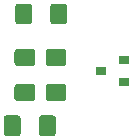
<source format=gbr>
G04 #@! TF.GenerationSoftware,KiCad,Pcbnew,(5.0.1)-3*
G04 #@! TF.CreationDate,2020-05-05T20:51:12+03:00*
G04 #@! TF.ProjectId,VienaTranPastiprinatajs,5669656E615472616E50617374697072,rev?*
G04 #@! TF.SameCoordinates,Original*
G04 #@! TF.FileFunction,Paste,Bot*
G04 #@! TF.FilePolarity,Positive*
%FSLAX46Y46*%
G04 Gerber Fmt 4.6, Leading zero omitted, Abs format (unit mm)*
G04 Created by KiCad (PCBNEW (5.0.1)-3) date 05-May-20 8:51:12 PM*
%MOMM*%
%LPD*%
G01*
G04 APERTURE LIST*
%ADD10R,0.900000X0.800000*%
%ADD11C,0.100000*%
%ADD12C,1.425000*%
G04 APERTURE END LIST*
D10*
G04 #@! TO.C,Q1*
X101220000Y-49500000D03*
X103220000Y-50450000D03*
X103220000Y-48550000D03*
G04 #@! TD*
D11*
G04 #@! TO.C,R1*
G36*
X95449504Y-50596204D02*
X95473773Y-50599804D01*
X95497571Y-50605765D01*
X95520671Y-50614030D01*
X95542849Y-50624520D01*
X95563893Y-50637133D01*
X95583598Y-50651747D01*
X95601777Y-50668223D01*
X95618253Y-50686402D01*
X95632867Y-50706107D01*
X95645480Y-50727151D01*
X95655970Y-50749329D01*
X95664235Y-50772429D01*
X95670196Y-50796227D01*
X95673796Y-50820496D01*
X95675000Y-50845000D01*
X95675000Y-51770000D01*
X95673796Y-51794504D01*
X95670196Y-51818773D01*
X95664235Y-51842571D01*
X95655970Y-51865671D01*
X95645480Y-51887849D01*
X95632867Y-51908893D01*
X95618253Y-51928598D01*
X95601777Y-51946777D01*
X95583598Y-51963253D01*
X95563893Y-51977867D01*
X95542849Y-51990480D01*
X95520671Y-52000970D01*
X95497571Y-52009235D01*
X95473773Y-52015196D01*
X95449504Y-52018796D01*
X95425000Y-52020000D01*
X94175000Y-52020000D01*
X94150496Y-52018796D01*
X94126227Y-52015196D01*
X94102429Y-52009235D01*
X94079329Y-52000970D01*
X94057151Y-51990480D01*
X94036107Y-51977867D01*
X94016402Y-51963253D01*
X93998223Y-51946777D01*
X93981747Y-51928598D01*
X93967133Y-51908893D01*
X93954520Y-51887849D01*
X93944030Y-51865671D01*
X93935765Y-51842571D01*
X93929804Y-51818773D01*
X93926204Y-51794504D01*
X93925000Y-51770000D01*
X93925000Y-50845000D01*
X93926204Y-50820496D01*
X93929804Y-50796227D01*
X93935765Y-50772429D01*
X93944030Y-50749329D01*
X93954520Y-50727151D01*
X93967133Y-50706107D01*
X93981747Y-50686402D01*
X93998223Y-50668223D01*
X94016402Y-50651747D01*
X94036107Y-50637133D01*
X94057151Y-50624520D01*
X94079329Y-50614030D01*
X94102429Y-50605765D01*
X94126227Y-50599804D01*
X94150496Y-50596204D01*
X94175000Y-50595000D01*
X95425000Y-50595000D01*
X95449504Y-50596204D01*
X95449504Y-50596204D01*
G37*
D12*
X94800000Y-51307500D03*
D11*
G36*
X95449504Y-47621204D02*
X95473773Y-47624804D01*
X95497571Y-47630765D01*
X95520671Y-47639030D01*
X95542849Y-47649520D01*
X95563893Y-47662133D01*
X95583598Y-47676747D01*
X95601777Y-47693223D01*
X95618253Y-47711402D01*
X95632867Y-47731107D01*
X95645480Y-47752151D01*
X95655970Y-47774329D01*
X95664235Y-47797429D01*
X95670196Y-47821227D01*
X95673796Y-47845496D01*
X95675000Y-47870000D01*
X95675000Y-48795000D01*
X95673796Y-48819504D01*
X95670196Y-48843773D01*
X95664235Y-48867571D01*
X95655970Y-48890671D01*
X95645480Y-48912849D01*
X95632867Y-48933893D01*
X95618253Y-48953598D01*
X95601777Y-48971777D01*
X95583598Y-48988253D01*
X95563893Y-49002867D01*
X95542849Y-49015480D01*
X95520671Y-49025970D01*
X95497571Y-49034235D01*
X95473773Y-49040196D01*
X95449504Y-49043796D01*
X95425000Y-49045000D01*
X94175000Y-49045000D01*
X94150496Y-49043796D01*
X94126227Y-49040196D01*
X94102429Y-49034235D01*
X94079329Y-49025970D01*
X94057151Y-49015480D01*
X94036107Y-49002867D01*
X94016402Y-48988253D01*
X93998223Y-48971777D01*
X93981747Y-48953598D01*
X93967133Y-48933893D01*
X93954520Y-48912849D01*
X93944030Y-48890671D01*
X93935765Y-48867571D01*
X93929804Y-48843773D01*
X93926204Y-48819504D01*
X93925000Y-48795000D01*
X93925000Y-47870000D01*
X93926204Y-47845496D01*
X93929804Y-47821227D01*
X93935765Y-47797429D01*
X93944030Y-47774329D01*
X93954520Y-47752151D01*
X93967133Y-47731107D01*
X93981747Y-47711402D01*
X93998223Y-47693223D01*
X94016402Y-47676747D01*
X94036107Y-47662133D01*
X94057151Y-47649520D01*
X94079329Y-47639030D01*
X94102429Y-47630765D01*
X94126227Y-47624804D01*
X94150496Y-47621204D01*
X94175000Y-47620000D01*
X95425000Y-47620000D01*
X95449504Y-47621204D01*
X95449504Y-47621204D01*
G37*
D12*
X94800000Y-48332500D03*
G04 #@! TD*
D11*
G04 #@! TO.C,R2*
G36*
X98174504Y-43776204D02*
X98198773Y-43779804D01*
X98222571Y-43785765D01*
X98245671Y-43794030D01*
X98267849Y-43804520D01*
X98288893Y-43817133D01*
X98308598Y-43831747D01*
X98326777Y-43848223D01*
X98343253Y-43866402D01*
X98357867Y-43886107D01*
X98370480Y-43907151D01*
X98380970Y-43929329D01*
X98389235Y-43952429D01*
X98395196Y-43976227D01*
X98398796Y-44000496D01*
X98400000Y-44025000D01*
X98400000Y-45275000D01*
X98398796Y-45299504D01*
X98395196Y-45323773D01*
X98389235Y-45347571D01*
X98380970Y-45370671D01*
X98370480Y-45392849D01*
X98357867Y-45413893D01*
X98343253Y-45433598D01*
X98326777Y-45451777D01*
X98308598Y-45468253D01*
X98288893Y-45482867D01*
X98267849Y-45495480D01*
X98245671Y-45505970D01*
X98222571Y-45514235D01*
X98198773Y-45520196D01*
X98174504Y-45523796D01*
X98150000Y-45525000D01*
X97225000Y-45525000D01*
X97200496Y-45523796D01*
X97176227Y-45520196D01*
X97152429Y-45514235D01*
X97129329Y-45505970D01*
X97107151Y-45495480D01*
X97086107Y-45482867D01*
X97066402Y-45468253D01*
X97048223Y-45451777D01*
X97031747Y-45433598D01*
X97017133Y-45413893D01*
X97004520Y-45392849D01*
X96994030Y-45370671D01*
X96985765Y-45347571D01*
X96979804Y-45323773D01*
X96976204Y-45299504D01*
X96975000Y-45275000D01*
X96975000Y-44025000D01*
X96976204Y-44000496D01*
X96979804Y-43976227D01*
X96985765Y-43952429D01*
X96994030Y-43929329D01*
X97004520Y-43907151D01*
X97017133Y-43886107D01*
X97031747Y-43866402D01*
X97048223Y-43848223D01*
X97066402Y-43831747D01*
X97086107Y-43817133D01*
X97107151Y-43804520D01*
X97129329Y-43794030D01*
X97152429Y-43785765D01*
X97176227Y-43779804D01*
X97200496Y-43776204D01*
X97225000Y-43775000D01*
X98150000Y-43775000D01*
X98174504Y-43776204D01*
X98174504Y-43776204D01*
G37*
D12*
X97687500Y-44650000D03*
D11*
G36*
X95199504Y-43776204D02*
X95223773Y-43779804D01*
X95247571Y-43785765D01*
X95270671Y-43794030D01*
X95292849Y-43804520D01*
X95313893Y-43817133D01*
X95333598Y-43831747D01*
X95351777Y-43848223D01*
X95368253Y-43866402D01*
X95382867Y-43886107D01*
X95395480Y-43907151D01*
X95405970Y-43929329D01*
X95414235Y-43952429D01*
X95420196Y-43976227D01*
X95423796Y-44000496D01*
X95425000Y-44025000D01*
X95425000Y-45275000D01*
X95423796Y-45299504D01*
X95420196Y-45323773D01*
X95414235Y-45347571D01*
X95405970Y-45370671D01*
X95395480Y-45392849D01*
X95382867Y-45413893D01*
X95368253Y-45433598D01*
X95351777Y-45451777D01*
X95333598Y-45468253D01*
X95313893Y-45482867D01*
X95292849Y-45495480D01*
X95270671Y-45505970D01*
X95247571Y-45514235D01*
X95223773Y-45520196D01*
X95199504Y-45523796D01*
X95175000Y-45525000D01*
X94250000Y-45525000D01*
X94225496Y-45523796D01*
X94201227Y-45520196D01*
X94177429Y-45514235D01*
X94154329Y-45505970D01*
X94132151Y-45495480D01*
X94111107Y-45482867D01*
X94091402Y-45468253D01*
X94073223Y-45451777D01*
X94056747Y-45433598D01*
X94042133Y-45413893D01*
X94029520Y-45392849D01*
X94019030Y-45370671D01*
X94010765Y-45347571D01*
X94004804Y-45323773D01*
X94001204Y-45299504D01*
X94000000Y-45275000D01*
X94000000Y-44025000D01*
X94001204Y-44000496D01*
X94004804Y-43976227D01*
X94010765Y-43952429D01*
X94019030Y-43929329D01*
X94029520Y-43907151D01*
X94042133Y-43886107D01*
X94056747Y-43866402D01*
X94073223Y-43848223D01*
X94091402Y-43831747D01*
X94111107Y-43817133D01*
X94132151Y-43804520D01*
X94154329Y-43794030D01*
X94177429Y-43785765D01*
X94201227Y-43779804D01*
X94225496Y-43776204D01*
X94250000Y-43775000D01*
X95175000Y-43775000D01*
X95199504Y-43776204D01*
X95199504Y-43776204D01*
G37*
D12*
X94712500Y-44650000D03*
G04 #@! TD*
D11*
G04 #@! TO.C,R3*
G36*
X98079504Y-50596204D02*
X98103773Y-50599804D01*
X98127571Y-50605765D01*
X98150671Y-50614030D01*
X98172849Y-50624520D01*
X98193893Y-50637133D01*
X98213598Y-50651747D01*
X98231777Y-50668223D01*
X98248253Y-50686402D01*
X98262867Y-50706107D01*
X98275480Y-50727151D01*
X98285970Y-50749329D01*
X98294235Y-50772429D01*
X98300196Y-50796227D01*
X98303796Y-50820496D01*
X98305000Y-50845000D01*
X98305000Y-51770000D01*
X98303796Y-51794504D01*
X98300196Y-51818773D01*
X98294235Y-51842571D01*
X98285970Y-51865671D01*
X98275480Y-51887849D01*
X98262867Y-51908893D01*
X98248253Y-51928598D01*
X98231777Y-51946777D01*
X98213598Y-51963253D01*
X98193893Y-51977867D01*
X98172849Y-51990480D01*
X98150671Y-52000970D01*
X98127571Y-52009235D01*
X98103773Y-52015196D01*
X98079504Y-52018796D01*
X98055000Y-52020000D01*
X96805000Y-52020000D01*
X96780496Y-52018796D01*
X96756227Y-52015196D01*
X96732429Y-52009235D01*
X96709329Y-52000970D01*
X96687151Y-51990480D01*
X96666107Y-51977867D01*
X96646402Y-51963253D01*
X96628223Y-51946777D01*
X96611747Y-51928598D01*
X96597133Y-51908893D01*
X96584520Y-51887849D01*
X96574030Y-51865671D01*
X96565765Y-51842571D01*
X96559804Y-51818773D01*
X96556204Y-51794504D01*
X96555000Y-51770000D01*
X96555000Y-50845000D01*
X96556204Y-50820496D01*
X96559804Y-50796227D01*
X96565765Y-50772429D01*
X96574030Y-50749329D01*
X96584520Y-50727151D01*
X96597133Y-50706107D01*
X96611747Y-50686402D01*
X96628223Y-50668223D01*
X96646402Y-50651747D01*
X96666107Y-50637133D01*
X96687151Y-50624520D01*
X96709329Y-50614030D01*
X96732429Y-50605765D01*
X96756227Y-50599804D01*
X96780496Y-50596204D01*
X96805000Y-50595000D01*
X98055000Y-50595000D01*
X98079504Y-50596204D01*
X98079504Y-50596204D01*
G37*
D12*
X97430000Y-51307500D03*
D11*
G36*
X98079504Y-47621204D02*
X98103773Y-47624804D01*
X98127571Y-47630765D01*
X98150671Y-47639030D01*
X98172849Y-47649520D01*
X98193893Y-47662133D01*
X98213598Y-47676747D01*
X98231777Y-47693223D01*
X98248253Y-47711402D01*
X98262867Y-47731107D01*
X98275480Y-47752151D01*
X98285970Y-47774329D01*
X98294235Y-47797429D01*
X98300196Y-47821227D01*
X98303796Y-47845496D01*
X98305000Y-47870000D01*
X98305000Y-48795000D01*
X98303796Y-48819504D01*
X98300196Y-48843773D01*
X98294235Y-48867571D01*
X98285970Y-48890671D01*
X98275480Y-48912849D01*
X98262867Y-48933893D01*
X98248253Y-48953598D01*
X98231777Y-48971777D01*
X98213598Y-48988253D01*
X98193893Y-49002867D01*
X98172849Y-49015480D01*
X98150671Y-49025970D01*
X98127571Y-49034235D01*
X98103773Y-49040196D01*
X98079504Y-49043796D01*
X98055000Y-49045000D01*
X96805000Y-49045000D01*
X96780496Y-49043796D01*
X96756227Y-49040196D01*
X96732429Y-49034235D01*
X96709329Y-49025970D01*
X96687151Y-49015480D01*
X96666107Y-49002867D01*
X96646402Y-48988253D01*
X96628223Y-48971777D01*
X96611747Y-48953598D01*
X96597133Y-48933893D01*
X96584520Y-48912849D01*
X96574030Y-48890671D01*
X96565765Y-48867571D01*
X96559804Y-48843773D01*
X96556204Y-48819504D01*
X96555000Y-48795000D01*
X96555000Y-47870000D01*
X96556204Y-47845496D01*
X96559804Y-47821227D01*
X96565765Y-47797429D01*
X96574030Y-47774329D01*
X96584520Y-47752151D01*
X96597133Y-47731107D01*
X96611747Y-47711402D01*
X96628223Y-47693223D01*
X96646402Y-47676747D01*
X96666107Y-47662133D01*
X96687151Y-47649520D01*
X96709329Y-47639030D01*
X96732429Y-47630765D01*
X96756227Y-47624804D01*
X96780496Y-47621204D01*
X96805000Y-47620000D01*
X98055000Y-47620000D01*
X98079504Y-47621204D01*
X98079504Y-47621204D01*
G37*
D12*
X97430000Y-48332500D03*
G04 #@! TD*
D11*
G04 #@! TO.C,R4*
G36*
X97194504Y-53246204D02*
X97218773Y-53249804D01*
X97242571Y-53255765D01*
X97265671Y-53264030D01*
X97287849Y-53274520D01*
X97308893Y-53287133D01*
X97328598Y-53301747D01*
X97346777Y-53318223D01*
X97363253Y-53336402D01*
X97377867Y-53356107D01*
X97390480Y-53377151D01*
X97400970Y-53399329D01*
X97409235Y-53422429D01*
X97415196Y-53446227D01*
X97418796Y-53470496D01*
X97420000Y-53495000D01*
X97420000Y-54745000D01*
X97418796Y-54769504D01*
X97415196Y-54793773D01*
X97409235Y-54817571D01*
X97400970Y-54840671D01*
X97390480Y-54862849D01*
X97377867Y-54883893D01*
X97363253Y-54903598D01*
X97346777Y-54921777D01*
X97328598Y-54938253D01*
X97308893Y-54952867D01*
X97287849Y-54965480D01*
X97265671Y-54975970D01*
X97242571Y-54984235D01*
X97218773Y-54990196D01*
X97194504Y-54993796D01*
X97170000Y-54995000D01*
X96245000Y-54995000D01*
X96220496Y-54993796D01*
X96196227Y-54990196D01*
X96172429Y-54984235D01*
X96149329Y-54975970D01*
X96127151Y-54965480D01*
X96106107Y-54952867D01*
X96086402Y-54938253D01*
X96068223Y-54921777D01*
X96051747Y-54903598D01*
X96037133Y-54883893D01*
X96024520Y-54862849D01*
X96014030Y-54840671D01*
X96005765Y-54817571D01*
X95999804Y-54793773D01*
X95996204Y-54769504D01*
X95995000Y-54745000D01*
X95995000Y-53495000D01*
X95996204Y-53470496D01*
X95999804Y-53446227D01*
X96005765Y-53422429D01*
X96014030Y-53399329D01*
X96024520Y-53377151D01*
X96037133Y-53356107D01*
X96051747Y-53336402D01*
X96068223Y-53318223D01*
X96086402Y-53301747D01*
X96106107Y-53287133D01*
X96127151Y-53274520D01*
X96149329Y-53264030D01*
X96172429Y-53255765D01*
X96196227Y-53249804D01*
X96220496Y-53246204D01*
X96245000Y-53245000D01*
X97170000Y-53245000D01*
X97194504Y-53246204D01*
X97194504Y-53246204D01*
G37*
D12*
X96707500Y-54120000D03*
D11*
G36*
X94219504Y-53246204D02*
X94243773Y-53249804D01*
X94267571Y-53255765D01*
X94290671Y-53264030D01*
X94312849Y-53274520D01*
X94333893Y-53287133D01*
X94353598Y-53301747D01*
X94371777Y-53318223D01*
X94388253Y-53336402D01*
X94402867Y-53356107D01*
X94415480Y-53377151D01*
X94425970Y-53399329D01*
X94434235Y-53422429D01*
X94440196Y-53446227D01*
X94443796Y-53470496D01*
X94445000Y-53495000D01*
X94445000Y-54745000D01*
X94443796Y-54769504D01*
X94440196Y-54793773D01*
X94434235Y-54817571D01*
X94425970Y-54840671D01*
X94415480Y-54862849D01*
X94402867Y-54883893D01*
X94388253Y-54903598D01*
X94371777Y-54921777D01*
X94353598Y-54938253D01*
X94333893Y-54952867D01*
X94312849Y-54965480D01*
X94290671Y-54975970D01*
X94267571Y-54984235D01*
X94243773Y-54990196D01*
X94219504Y-54993796D01*
X94195000Y-54995000D01*
X93270000Y-54995000D01*
X93245496Y-54993796D01*
X93221227Y-54990196D01*
X93197429Y-54984235D01*
X93174329Y-54975970D01*
X93152151Y-54965480D01*
X93131107Y-54952867D01*
X93111402Y-54938253D01*
X93093223Y-54921777D01*
X93076747Y-54903598D01*
X93062133Y-54883893D01*
X93049520Y-54862849D01*
X93039030Y-54840671D01*
X93030765Y-54817571D01*
X93024804Y-54793773D01*
X93021204Y-54769504D01*
X93020000Y-54745000D01*
X93020000Y-53495000D01*
X93021204Y-53470496D01*
X93024804Y-53446227D01*
X93030765Y-53422429D01*
X93039030Y-53399329D01*
X93049520Y-53377151D01*
X93062133Y-53356107D01*
X93076747Y-53336402D01*
X93093223Y-53318223D01*
X93111402Y-53301747D01*
X93131107Y-53287133D01*
X93152151Y-53274520D01*
X93174329Y-53264030D01*
X93197429Y-53255765D01*
X93221227Y-53249804D01*
X93245496Y-53246204D01*
X93270000Y-53245000D01*
X94195000Y-53245000D01*
X94219504Y-53246204D01*
X94219504Y-53246204D01*
G37*
D12*
X93732500Y-54120000D03*
G04 #@! TD*
M02*

</source>
